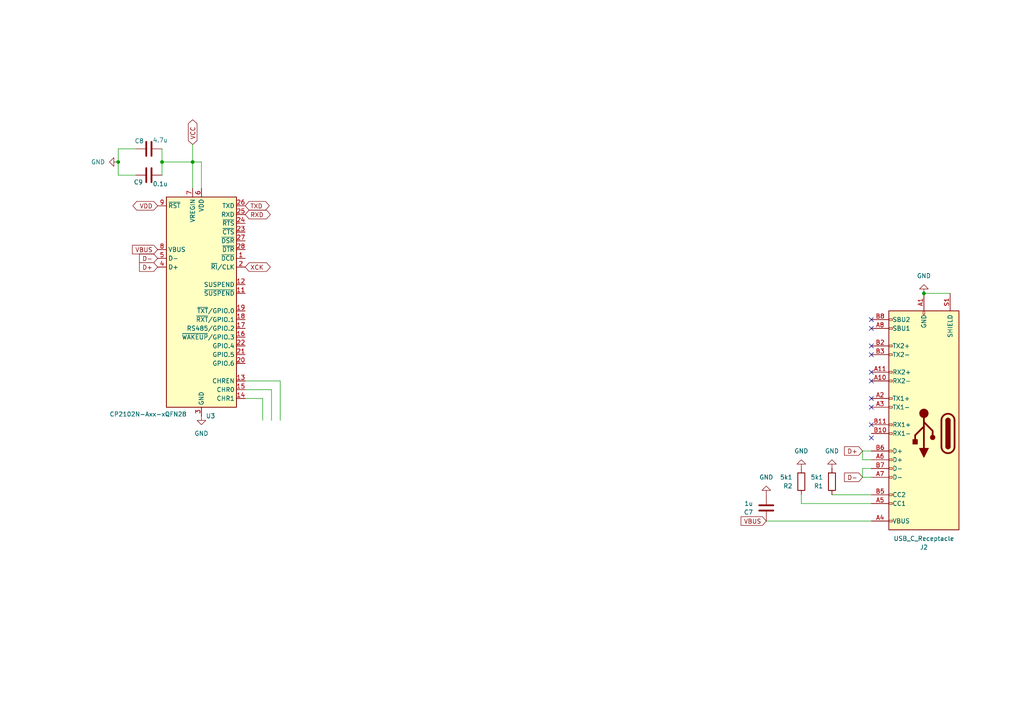
<source format=kicad_sch>
(kicad_sch
	(version 20231120)
	(generator "eeschema")
	(generator_version "8.0")
	(uuid "c021660d-4d57-40c7-a2cf-b7a099a01b63")
	(paper "A4")
	(lib_symbols
		(symbol "Connector:USB_C_Receptacle"
			(pin_names
				(offset 1.016)
			)
			(exclude_from_sim no)
			(in_bom yes)
			(on_board yes)
			(property "Reference" "J"
				(at -10.16 29.21 0)
				(effects
					(font
						(size 1.27 1.27)
					)
					(justify left)
				)
			)
			(property "Value" "USB_C_Receptacle"
				(at 10.16 29.21 0)
				(effects
					(font
						(size 1.27 1.27)
					)
					(justify right)
				)
			)
			(property "Footprint" ""
				(at 3.81 0 0)
				(effects
					(font
						(size 1.27 1.27)
					)
					(hide yes)
				)
			)
			(property "Datasheet" "https://www.usb.org/sites/default/files/documents/usb_type-c.zip"
				(at 3.81 0 0)
				(effects
					(font
						(size 1.27 1.27)
					)
					(hide yes)
				)
			)
			(property "Description" "USB Full-Featured Type-C Receptacle connector"
				(at 0 0 0)
				(effects
					(font
						(size 1.27 1.27)
					)
					(hide yes)
				)
			)
			(property "ki_keywords" "usb universal serial bus type-C full-featured"
				(at 0 0 0)
				(effects
					(font
						(size 1.27 1.27)
					)
					(hide yes)
				)
			)
			(property "ki_fp_filters" "USB*C*Receptacle*"
				(at 0 0 0)
				(effects
					(font
						(size 1.27 1.27)
					)
					(hide yes)
				)
			)
			(symbol "USB_C_Receptacle_0_0"
				(rectangle
					(start -0.254 -35.56)
					(end 0.254 -34.544)
					(stroke
						(width 0)
						(type default)
					)
					(fill
						(type none)
					)
				)
				(rectangle
					(start 10.16 -32.766)
					(end 9.144 -33.274)
					(stroke
						(width 0)
						(type default)
					)
					(fill
						(type none)
					)
				)
				(rectangle
					(start 10.16 -30.226)
					(end 9.144 -30.734)
					(stroke
						(width 0)
						(type default)
					)
					(fill
						(type none)
					)
				)
				(rectangle
					(start 10.16 -25.146)
					(end 9.144 -25.654)
					(stroke
						(width 0)
						(type default)
					)
					(fill
						(type none)
					)
				)
				(rectangle
					(start 10.16 -22.606)
					(end 9.144 -23.114)
					(stroke
						(width 0)
						(type default)
					)
					(fill
						(type none)
					)
				)
				(rectangle
					(start 10.16 -17.526)
					(end 9.144 -18.034)
					(stroke
						(width 0)
						(type default)
					)
					(fill
						(type none)
					)
				)
				(rectangle
					(start 10.16 -14.986)
					(end 9.144 -15.494)
					(stroke
						(width 0)
						(type default)
					)
					(fill
						(type none)
					)
				)
				(rectangle
					(start 10.16 -9.906)
					(end 9.144 -10.414)
					(stroke
						(width 0)
						(type default)
					)
					(fill
						(type none)
					)
				)
				(rectangle
					(start 10.16 -7.366)
					(end 9.144 -7.874)
					(stroke
						(width 0)
						(type default)
					)
					(fill
						(type none)
					)
				)
				(rectangle
					(start 10.16 -2.286)
					(end 9.144 -2.794)
					(stroke
						(width 0)
						(type default)
					)
					(fill
						(type none)
					)
				)
				(rectangle
					(start 10.16 0.254)
					(end 9.144 -0.254)
					(stroke
						(width 0)
						(type default)
					)
					(fill
						(type none)
					)
				)
				(rectangle
					(start 10.16 5.334)
					(end 9.144 4.826)
					(stroke
						(width 0)
						(type default)
					)
					(fill
						(type none)
					)
				)
				(rectangle
					(start 10.16 7.874)
					(end 9.144 7.366)
					(stroke
						(width 0)
						(type default)
					)
					(fill
						(type none)
					)
				)
				(rectangle
					(start 10.16 10.414)
					(end 9.144 9.906)
					(stroke
						(width 0)
						(type default)
					)
					(fill
						(type none)
					)
				)
				(rectangle
					(start 10.16 12.954)
					(end 9.144 12.446)
					(stroke
						(width 0)
						(type default)
					)
					(fill
						(type none)
					)
				)
				(rectangle
					(start 10.16 18.034)
					(end 9.144 17.526)
					(stroke
						(width 0)
						(type default)
					)
					(fill
						(type none)
					)
				)
				(rectangle
					(start 10.16 20.574)
					(end 9.144 20.066)
					(stroke
						(width 0)
						(type default)
					)
					(fill
						(type none)
					)
				)
				(rectangle
					(start 10.16 25.654)
					(end 9.144 25.146)
					(stroke
						(width 0)
						(type default)
					)
					(fill
						(type none)
					)
				)
			)
			(symbol "USB_C_Receptacle_0_1"
				(rectangle
					(start -10.16 27.94)
					(end 10.16 -35.56)
					(stroke
						(width 0.254)
						(type default)
					)
					(fill
						(type background)
					)
				)
				(arc
					(start -8.89 -3.81)
					(mid -6.985 -5.7067)
					(end -5.08 -3.81)
					(stroke
						(width 0.508)
						(type default)
					)
					(fill
						(type none)
					)
				)
				(arc
					(start -7.62 -3.81)
					(mid -6.985 -4.4423)
					(end -6.35 -3.81)
					(stroke
						(width 0.254)
						(type default)
					)
					(fill
						(type none)
					)
				)
				(arc
					(start -7.62 -3.81)
					(mid -6.985 -4.4423)
					(end -6.35 -3.81)
					(stroke
						(width 0.254)
						(type default)
					)
					(fill
						(type outline)
					)
				)
				(rectangle
					(start -7.62 -3.81)
					(end -6.35 3.81)
					(stroke
						(width 0.254)
						(type default)
					)
					(fill
						(type outline)
					)
				)
				(arc
					(start -6.35 3.81)
					(mid -6.985 4.4423)
					(end -7.62 3.81)
					(stroke
						(width 0.254)
						(type default)
					)
					(fill
						(type none)
					)
				)
				(arc
					(start -6.35 3.81)
					(mid -6.985 4.4423)
					(end -7.62 3.81)
					(stroke
						(width 0.254)
						(type default)
					)
					(fill
						(type outline)
					)
				)
				(arc
					(start -5.08 3.81)
					(mid -6.985 5.7067)
					(end -8.89 3.81)
					(stroke
						(width 0.508)
						(type default)
					)
					(fill
						(type none)
					)
				)
				(polyline
					(pts
						(xy -8.89 -3.81) (xy -8.89 3.81)
					)
					(stroke
						(width 0.508)
						(type default)
					)
					(fill
						(type none)
					)
				)
				(polyline
					(pts
						(xy -5.08 3.81) (xy -5.08 -3.81)
					)
					(stroke
						(width 0.508)
						(type default)
					)
					(fill
						(type none)
					)
				)
			)
			(symbol "USB_C_Receptacle_1_1"
				(circle
					(center -2.54 1.143)
					(radius 0.635)
					(stroke
						(width 0.254)
						(type default)
					)
					(fill
						(type outline)
					)
				)
				(circle
					(center 0 -5.842)
					(radius 1.27)
					(stroke
						(width 0)
						(type default)
					)
					(fill
						(type outline)
					)
				)
				(polyline
					(pts
						(xy 0 -5.842) (xy 0 4.318)
					)
					(stroke
						(width 0.508)
						(type default)
					)
					(fill
						(type none)
					)
				)
				(polyline
					(pts
						(xy 0 -3.302) (xy -2.54 -0.762) (xy -2.54 0.508)
					)
					(stroke
						(width 0.508)
						(type default)
					)
					(fill
						(type none)
					)
				)
				(polyline
					(pts
						(xy 0 -2.032) (xy 2.54 0.508) (xy 2.54 1.778)
					)
					(stroke
						(width 0.508)
						(type default)
					)
					(fill
						(type none)
					)
				)
				(polyline
					(pts
						(xy -1.27 4.318) (xy 0 6.858) (xy 1.27 4.318) (xy -1.27 4.318)
					)
					(stroke
						(width 0.254)
						(type default)
					)
					(fill
						(type outline)
					)
				)
				(rectangle
					(start 1.905 1.778)
					(end 3.175 3.048)
					(stroke
						(width 0.254)
						(type default)
					)
					(fill
						(type outline)
					)
				)
				(pin passive line
					(at 0 -40.64 90)
					(length 5.08)
					(name "GND"
						(effects
							(font
								(size 1.27 1.27)
							)
						)
					)
					(number "A1"
						(effects
							(font
								(size 1.27 1.27)
							)
						)
					)
				)
				(pin bidirectional line
					(at 15.24 -15.24 180)
					(length 5.08)
					(name "RX2-"
						(effects
							(font
								(size 1.27 1.27)
							)
						)
					)
					(number "A10"
						(effects
							(font
								(size 1.27 1.27)
							)
						)
					)
				)
				(pin bidirectional line
					(at 15.24 -17.78 180)
					(length 5.08)
					(name "RX2+"
						(effects
							(font
								(size 1.27 1.27)
							)
						)
					)
					(number "A11"
						(effects
							(font
								(size 1.27 1.27)
							)
						)
					)
				)
				(pin passive line
					(at 0 -40.64 90)
					(length 5.08) hide
					(name "GND"
						(effects
							(font
								(size 1.27 1.27)
							)
						)
					)
					(number "A12"
						(effects
							(font
								(size 1.27 1.27)
							)
						)
					)
				)
				(pin bidirectional line
					(at 15.24 -10.16 180)
					(length 5.08)
					(name "TX1+"
						(effects
							(font
								(size 1.27 1.27)
							)
						)
					)
					(number "A2"
						(effects
							(font
								(size 1.27 1.27)
							)
						)
					)
				)
				(pin bidirectional line
					(at 15.24 -7.62 180)
					(length 5.08)
					(name "TX1-"
						(effects
							(font
								(size 1.27 1.27)
							)
						)
					)
					(number "A3"
						(effects
							(font
								(size 1.27 1.27)
							)
						)
					)
				)
				(pin passive line
					(at 15.24 25.4 180)
					(length 5.08)
					(name "VBUS"
						(effects
							(font
								(size 1.27 1.27)
							)
						)
					)
					(number "A4"
						(effects
							(font
								(size 1.27 1.27)
							)
						)
					)
				)
				(pin bidirectional line
					(at 15.24 20.32 180)
					(length 5.08)
					(name "CC1"
						(effects
							(font
								(size 1.27 1.27)
							)
						)
					)
					(number "A5"
						(effects
							(font
								(size 1.27 1.27)
							)
						)
					)
				)
				(pin bidirectional line
					(at 15.24 7.62 180)
					(length 5.08)
					(name "D+"
						(effects
							(font
								(size 1.27 1.27)
							)
						)
					)
					(number "A6"
						(effects
							(font
								(size 1.27 1.27)
							)
						)
					)
				)
				(pin bidirectional line
					(at 15.24 12.7 180)
					(length 5.08)
					(name "D-"
						(effects
							(font
								(size 1.27 1.27)
							)
						)
					)
					(number "A7"
						(effects
							(font
								(size 1.27 1.27)
							)
						)
					)
				)
				(pin bidirectional line
					(at 15.24 -30.48 180)
					(length 5.08)
					(name "SBU1"
						(effects
							(font
								(size 1.27 1.27)
							)
						)
					)
					(number "A8"
						(effects
							(font
								(size 1.27 1.27)
							)
						)
					)
				)
				(pin passive line
					(at 15.24 25.4 180)
					(length 5.08) hide
					(name "VBUS"
						(effects
							(font
								(size 1.27 1.27)
							)
						)
					)
					(number "A9"
						(effects
							(font
								(size 1.27 1.27)
							)
						)
					)
				)
				(pin passive line
					(at 0 -40.64 90)
					(length 5.08) hide
					(name "GND"
						(effects
							(font
								(size 1.27 1.27)
							)
						)
					)
					(number "B1"
						(effects
							(font
								(size 1.27 1.27)
							)
						)
					)
				)
				(pin bidirectional line
					(at 15.24 0 180)
					(length 5.08)
					(name "RX1-"
						(effects
							(font
								(size 1.27 1.27)
							)
						)
					)
					(number "B10"
						(effects
							(font
								(size 1.27 1.27)
							)
						)
					)
				)
				(pin bidirectional line
					(at 15.24 -2.54 180)
					(length 5.08)
					(name "RX1+"
						(effects
							(font
								(size 1.27 1.27)
							)
						)
					)
					(number "B11"
						(effects
							(font
								(size 1.27 1.27)
							)
						)
					)
				)
				(pin passive line
					(at 0 -40.64 90)
					(length 5.08) hide
					(name "GND"
						(effects
							(font
								(size 1.27 1.27)
							)
						)
					)
					(number "B12"
						(effects
							(font
								(size 1.27 1.27)
							)
						)
					)
				)
				(pin bidirectional line
					(at 15.24 -25.4 180)
					(length 5.08)
					(name "TX2+"
						(effects
							(font
								(size 1.27 1.27)
							)
						)
					)
					(number "B2"
						(effects
							(font
								(size 1.27 1.27)
							)
						)
					)
				)
				(pin bidirectional line
					(at 15.24 -22.86 180)
					(length 5.08)
					(name "TX2-"
						(effects
							(font
								(size 1.27 1.27)
							)
						)
					)
					(number "B3"
						(effects
							(font
								(size 1.27 1.27)
							)
						)
					)
				)
				(pin passive line
					(at 15.24 25.4 180)
					(length 5.08) hide
					(name "VBUS"
						(effects
							(font
								(size 1.27 1.27)
							)
						)
					)
					(number "B4"
						(effects
							(font
								(size 1.27 1.27)
							)
						)
					)
				)
				(pin bidirectional line
					(at 15.24 17.78 180)
					(length 5.08)
					(name "CC2"
						(effects
							(font
								(size 1.27 1.27)
							)
						)
					)
					(number "B5"
						(effects
							(font
								(size 1.27 1.27)
							)
						)
					)
				)
				(pin bidirectional line
					(at 15.24 5.08 180)
					(length 5.08)
					(name "D+"
						(effects
							(font
								(size 1.27 1.27)
							)
						)
					)
					(number "B6"
						(effects
							(font
								(size 1.27 1.27)
							)
						)
					)
				)
				(pin bidirectional line
					(at 15.24 10.16 180)
					(length 5.08)
					(name "D-"
						(effects
							(font
								(size 1.27 1.27)
							)
						)
					)
					(number "B7"
						(effects
							(font
								(size 1.27 1.27)
							)
						)
					)
				)
				(pin bidirectional line
					(at 15.24 -33.02 180)
					(length 5.08)
					(name "SBU2"
						(effects
							(font
								(size 1.27 1.27)
							)
						)
					)
					(number "B8"
						(effects
							(font
								(size 1.27 1.27)
							)
						)
					)
				)
				(pin passive line
					(at 15.24 25.4 180)
					(length 5.08) hide
					(name "VBUS"
						(effects
							(font
								(size 1.27 1.27)
							)
						)
					)
					(number "B9"
						(effects
							(font
								(size 1.27 1.27)
							)
						)
					)
				)
				(pin passive line
					(at -7.62 -40.64 90)
					(length 5.08)
					(name "SHIELD"
						(effects
							(font
								(size 1.27 1.27)
							)
						)
					)
					(number "S1"
						(effects
							(font
								(size 1.27 1.27)
							)
						)
					)
				)
			)
		)
		(symbol "Device:C"
			(pin_numbers hide)
			(pin_names
				(offset 0.254)
			)
			(exclude_from_sim no)
			(in_bom yes)
			(on_board yes)
			(property "Reference" "C"
				(at 0.635 2.54 0)
				(effects
					(font
						(size 1.27 1.27)
					)
					(justify left)
				)
			)
			(property "Value" "C"
				(at 0.635 -2.54 0)
				(effects
					(font
						(size 1.27 1.27)
					)
					(justify left)
				)
			)
			(property "Footprint" ""
				(at 0.9652 -3.81 0)
				(effects
					(font
						(size 1.27 1.27)
					)
					(hide yes)
				)
			)
			(property "Datasheet" "~"
				(at 0 0 0)
				(effects
					(font
						(size 1.27 1.27)
					)
					(hide yes)
				)
			)
			(property "Description" "Unpolarized capacitor"
				(at 0 0 0)
				(effects
					(font
						(size 1.27 1.27)
					)
					(hide yes)
				)
			)
			(property "ki_keywords" "cap capacitor"
				(at 0 0 0)
				(effects
					(font
						(size 1.27 1.27)
					)
					(hide yes)
				)
			)
			(property "ki_fp_filters" "C_*"
				(at 0 0 0)
				(effects
					(font
						(size 1.27 1.27)
					)
					(hide yes)
				)
			)
			(symbol "C_0_1"
				(polyline
					(pts
						(xy -2.032 -0.762) (xy 2.032 -0.762)
					)
					(stroke
						(width 0.508)
						(type default)
					)
					(fill
						(type none)
					)
				)
				(polyline
					(pts
						(xy -2.032 0.762) (xy 2.032 0.762)
					)
					(stroke
						(width 0.508)
						(type default)
					)
					(fill
						(type none)
					)
				)
			)
			(symbol "C_1_1"
				(pin passive line
					(at 0 3.81 270)
					(length 2.794)
					(name "~"
						(effects
							(font
								(size 1.27 1.27)
							)
						)
					)
					(number "1"
						(effects
							(font
								(size 1.27 1.27)
							)
						)
					)
				)
				(pin passive line
					(at 0 -3.81 90)
					(length 2.794)
					(name "~"
						(effects
							(font
								(size 1.27 1.27)
							)
						)
					)
					(number "2"
						(effects
							(font
								(size 1.27 1.27)
							)
						)
					)
				)
			)
		)
		(symbol "Device:R"
			(pin_numbers hide)
			(pin_names
				(offset 0)
			)
			(exclude_from_sim no)
			(in_bom yes)
			(on_board yes)
			(property "Reference" "R"
				(at 2.032 0 90)
				(effects
					(font
						(size 1.27 1.27)
					)
				)
			)
			(property "Value" "R"
				(at 0 0 90)
				(effects
					(font
						(size 1.27 1.27)
					)
				)
			)
			(property "Footprint" ""
				(at -1.778 0 90)
				(effects
					(font
						(size 1.27 1.27)
					)
					(hide yes)
				)
			)
			(property "Datasheet" "~"
				(at 0 0 0)
				(effects
					(font
						(size 1.27 1.27)
					)
					(hide yes)
				)
			)
			(property "Description" "Resistor"
				(at 0 0 0)
				(effects
					(font
						(size 1.27 1.27)
					)
					(hide yes)
				)
			)
			(property "ki_keywords" "R res resistor"
				(at 0 0 0)
				(effects
					(font
						(size 1.27 1.27)
					)
					(hide yes)
				)
			)
			(property "ki_fp_filters" "R_*"
				(at 0 0 0)
				(effects
					(font
						(size 1.27 1.27)
					)
					(hide yes)
				)
			)
			(symbol "R_0_1"
				(rectangle
					(start -1.016 -2.54)
					(end 1.016 2.54)
					(stroke
						(width 0.254)
						(type default)
					)
					(fill
						(type none)
					)
				)
			)
			(symbol "R_1_1"
				(pin passive line
					(at 0 3.81 270)
					(length 1.27)
					(name "~"
						(effects
							(font
								(size 1.27 1.27)
							)
						)
					)
					(number "1"
						(effects
							(font
								(size 1.27 1.27)
							)
						)
					)
				)
				(pin passive line
					(at 0 -3.81 90)
					(length 1.27)
					(name "~"
						(effects
							(font
								(size 1.27 1.27)
							)
						)
					)
					(number "2"
						(effects
							(font
								(size 1.27 1.27)
							)
						)
					)
				)
			)
		)
		(symbol "Interface_USB:CP2102N-Axx-xQFN28"
			(exclude_from_sim no)
			(in_bom yes)
			(on_board yes)
			(property "Reference" "U"
				(at -8.89 31.75 0)
				(effects
					(font
						(size 1.27 1.27)
					)
				)
			)
			(property "Value" "CP2102N-Axx-xQFN28"
				(at 12.7 31.75 0)
				(effects
					(font
						(size 1.27 1.27)
					)
				)
			)
			(property "Footprint" "Package_DFN_QFN:QFN-28-1EP_5x5mm_P0.5mm_EP3.35x3.35mm"
				(at 33.02 -31.75 0)
				(effects
					(font
						(size 1.27 1.27)
					)
					(hide yes)
				)
			)
			(property "Datasheet" "https://www.silabs.com/documents/public/data-sheets/cp2102n-datasheet.pdf"
				(at 1.27 -19.05 0)
				(effects
					(font
						(size 1.27 1.27)
					)
					(hide yes)
				)
			)
			(property "Description" "USB to UART master bridge, QFN-28"
				(at 0 0 0)
				(effects
					(font
						(size 1.27 1.27)
					)
					(hide yes)
				)
			)
			(property "ki_keywords" "USB UART bridge"
				(at 0 0 0)
				(effects
					(font
						(size 1.27 1.27)
					)
					(hide yes)
				)
			)
			(property "ki_fp_filters" "QFN*1EP*5x5mm*P0.5mm*"
				(at 0 0 0)
				(effects
					(font
						(size 1.27 1.27)
					)
					(hide yes)
				)
			)
			(symbol "CP2102N-Axx-xQFN28_0_1"
				(rectangle
					(start -10.16 30.48)
					(end 10.16 -30.48)
					(stroke
						(width 0.254)
						(type default)
					)
					(fill
						(type background)
					)
				)
			)
			(symbol "CP2102N-Axx-xQFN28_1_1"
				(pin input line
					(at 12.7 12.7 180)
					(length 2.54)
					(name "~{DCD}"
						(effects
							(font
								(size 1.27 1.27)
							)
						)
					)
					(number "1"
						(effects
							(font
								(size 1.27 1.27)
							)
						)
					)
				)
				(pin no_connect line
					(at -10.16 -27.94 0)
					(length 2.54) hide
					(name "NC"
						(effects
							(font
								(size 1.27 1.27)
							)
						)
					)
					(number "10"
						(effects
							(font
								(size 1.27 1.27)
							)
						)
					)
				)
				(pin output line
					(at 12.7 2.54 180)
					(length 2.54)
					(name "~{SUSPEND}"
						(effects
							(font
								(size 1.27 1.27)
							)
						)
					)
					(number "11"
						(effects
							(font
								(size 1.27 1.27)
							)
						)
					)
				)
				(pin output line
					(at 12.7 5.08 180)
					(length 2.54)
					(name "SUSPEND"
						(effects
							(font
								(size 1.27 1.27)
							)
						)
					)
					(number "12"
						(effects
							(font
								(size 1.27 1.27)
							)
						)
					)
				)
				(pin output line
					(at 12.7 -22.86 180)
					(length 2.54)
					(name "CHREN"
						(effects
							(font
								(size 1.27 1.27)
							)
						)
					)
					(number "13"
						(effects
							(font
								(size 1.27 1.27)
							)
						)
					)
				)
				(pin output line
					(at 12.7 -27.94 180)
					(length 2.54)
					(name "CHR1"
						(effects
							(font
								(size 1.27 1.27)
							)
						)
					)
					(number "14"
						(effects
							(font
								(size 1.27 1.27)
							)
						)
					)
				)
				(pin output line
					(at 12.7 -25.4 180)
					(length 2.54)
					(name "CHR0"
						(effects
							(font
								(size 1.27 1.27)
							)
						)
					)
					(number "15"
						(effects
							(font
								(size 1.27 1.27)
							)
						)
					)
				)
				(pin bidirectional line
					(at 12.7 -10.16 180)
					(length 2.54)
					(name "~{WAKEUP}/GPIO.3"
						(effects
							(font
								(size 1.27 1.27)
							)
						)
					)
					(number "16"
						(effects
							(font
								(size 1.27 1.27)
							)
						)
					)
				)
				(pin bidirectional line
					(at 12.7 -7.62 180)
					(length 2.54)
					(name "RS485/GPIO.2"
						(effects
							(font
								(size 1.27 1.27)
							)
						)
					)
					(number "17"
						(effects
							(font
								(size 1.27 1.27)
							)
						)
					)
				)
				(pin bidirectional line
					(at 12.7 -5.08 180)
					(length 2.54)
					(name "~{RXT}/GPIO.1"
						(effects
							(font
								(size 1.27 1.27)
							)
						)
					)
					(number "18"
						(effects
							(font
								(size 1.27 1.27)
							)
						)
					)
				)
				(pin bidirectional line
					(at 12.7 -2.54 180)
					(length 2.54)
					(name "~{TXT}/GPIO.0"
						(effects
							(font
								(size 1.27 1.27)
							)
						)
					)
					(number "19"
						(effects
							(font
								(size 1.27 1.27)
							)
						)
					)
				)
				(pin bidirectional line
					(at 12.7 10.16 180)
					(length 2.54)
					(name "~{RI}/CLK"
						(effects
							(font
								(size 1.27 1.27)
							)
						)
					)
					(number "2"
						(effects
							(font
								(size 1.27 1.27)
							)
						)
					)
				)
				(pin bidirectional line
					(at 12.7 -17.78 180)
					(length 2.54)
					(name "GPIO.6"
						(effects
							(font
								(size 1.27 1.27)
							)
						)
					)
					(number "20"
						(effects
							(font
								(size 1.27 1.27)
							)
						)
					)
				)
				(pin bidirectional line
					(at 12.7 -15.24 180)
					(length 2.54)
					(name "GPIO.5"
						(effects
							(font
								(size 1.27 1.27)
							)
						)
					)
					(number "21"
						(effects
							(font
								(size 1.27 1.27)
							)
						)
					)
				)
				(pin bidirectional line
					(at 12.7 -12.7 180)
					(length 2.54)
					(name "GPIO.4"
						(effects
							(font
								(size 1.27 1.27)
							)
						)
					)
					(number "22"
						(effects
							(font
								(size 1.27 1.27)
							)
						)
					)
				)
				(pin input line
					(at 12.7 20.32 180)
					(length 2.54)
					(name "~{CTS}"
						(effects
							(font
								(size 1.27 1.27)
							)
						)
					)
					(number "23"
						(effects
							(font
								(size 1.27 1.27)
							)
						)
					)
				)
				(pin output line
					(at 12.7 22.86 180)
					(length 2.54)
					(name "~{RTS}"
						(effects
							(font
								(size 1.27 1.27)
							)
						)
					)
					(number "24"
						(effects
							(font
								(size 1.27 1.27)
							)
						)
					)
				)
				(pin input line
					(at 12.7 25.4 180)
					(length 2.54)
					(name "RXD"
						(effects
							(font
								(size 1.27 1.27)
							)
						)
					)
					(number "25"
						(effects
							(font
								(size 1.27 1.27)
							)
						)
					)
				)
				(pin output line
					(at 12.7 27.94 180)
					(length 2.54)
					(name "TXD"
						(effects
							(font
								(size 1.27 1.27)
							)
						)
					)
					(number "26"
						(effects
							(font
								(size 1.27 1.27)
							)
						)
					)
				)
				(pin input line
					(at 12.7 17.78 180)
					(length 2.54)
					(name "~{DSR}"
						(effects
							(font
								(size 1.27 1.27)
							)
						)
					)
					(number "27"
						(effects
							(font
								(size 1.27 1.27)
							)
						)
					)
				)
				(pin output line
					(at 12.7 15.24 180)
					(length 2.54)
					(name "~{DTR}"
						(effects
							(font
								(size 1.27 1.27)
							)
						)
					)
					(number "28"
						(effects
							(font
								(size 1.27 1.27)
							)
						)
					)
				)
				(pin passive line
					(at 0 -33.02 90)
					(length 2.54) hide
					(name "GND"
						(effects
							(font
								(size 1.27 1.27)
							)
						)
					)
					(number "29"
						(effects
							(font
								(size 1.27 1.27)
							)
						)
					)
				)
				(pin power_in line
					(at 0 -33.02 90)
					(length 2.54)
					(name "GND"
						(effects
							(font
								(size 1.27 1.27)
							)
						)
					)
					(number "3"
						(effects
							(font
								(size 1.27 1.27)
							)
						)
					)
				)
				(pin bidirectional line
					(at -12.7 10.16 0)
					(length 2.54)
					(name "D+"
						(effects
							(font
								(size 1.27 1.27)
							)
						)
					)
					(number "4"
						(effects
							(font
								(size 1.27 1.27)
							)
						)
					)
				)
				(pin bidirectional line
					(at -12.7 12.7 0)
					(length 2.54)
					(name "D-"
						(effects
							(font
								(size 1.27 1.27)
							)
						)
					)
					(number "5"
						(effects
							(font
								(size 1.27 1.27)
							)
						)
					)
				)
				(pin power_in line
					(at 0 33.02 270)
					(length 2.54)
					(name "VDD"
						(effects
							(font
								(size 1.27 1.27)
							)
						)
					)
					(number "6"
						(effects
							(font
								(size 1.27 1.27)
							)
						)
					)
				)
				(pin power_in line
					(at -2.54 33.02 270)
					(length 2.54)
					(name "VREGIN"
						(effects
							(font
								(size 1.27 1.27)
							)
						)
					)
					(number "7"
						(effects
							(font
								(size 1.27 1.27)
							)
						)
					)
				)
				(pin input line
					(at -12.7 15.24 0)
					(length 2.54)
					(name "VBUS"
						(effects
							(font
								(size 1.27 1.27)
							)
						)
					)
					(number "8"
						(effects
							(font
								(size 1.27 1.27)
							)
						)
					)
				)
				(pin input line
					(at -12.7 27.94 0)
					(length 2.54)
					(name "~{RST}"
						(effects
							(font
								(size 1.27 1.27)
							)
						)
					)
					(number "9"
						(effects
							(font
								(size 1.27 1.27)
							)
						)
					)
				)
			)
		)
		(symbol "power:GND"
			(power)
			(pin_numbers hide)
			(pin_names
				(offset 0) hide)
			(exclude_from_sim no)
			(in_bom yes)
			(on_board yes)
			(property "Reference" "#PWR"
				(at 0 -6.35 0)
				(effects
					(font
						(size 1.27 1.27)
					)
					(hide yes)
				)
			)
			(property "Value" "GND"
				(at 0 -3.81 0)
				(effects
					(font
						(size 1.27 1.27)
					)
				)
			)
			(property "Footprint" ""
				(at 0 0 0)
				(effects
					(font
						(size 1.27 1.27)
					)
					(hide yes)
				)
			)
			(property "Datasheet" ""
				(at 0 0 0)
				(effects
					(font
						(size 1.27 1.27)
					)
					(hide yes)
				)
			)
			(property "Description" "Power symbol creates a global label with name \"GND\" , ground"
				(at 0 0 0)
				(effects
					(font
						(size 1.27 1.27)
					)
					(hide yes)
				)
			)
			(property "ki_keywords" "global power"
				(at 0 0 0)
				(effects
					(font
						(size 1.27 1.27)
					)
					(hide yes)
				)
			)
			(symbol "GND_0_1"
				(polyline
					(pts
						(xy 0 0) (xy 0 -1.27) (xy 1.27 -1.27) (xy 0 -2.54) (xy -1.27 -1.27) (xy 0 -1.27)
					)
					(stroke
						(width 0)
						(type default)
					)
					(fill
						(type none)
					)
				)
			)
			(symbol "GND_1_1"
				(pin power_in line
					(at 0 0 270)
					(length 0)
					(name "~"
						(effects
							(font
								(size 1.27 1.27)
							)
						)
					)
					(number "1"
						(effects
							(font
								(size 1.27 1.27)
							)
						)
					)
				)
			)
		)
	)
	(junction
		(at 267.97 85.09)
		(diameter 0)
		(color 0 0 0 0)
		(uuid "64444ff0-53ed-444d-97a7-c91898faa774")
	)
	(junction
		(at 46.99 46.99)
		(diameter 0)
		(color 0 0 0 0)
		(uuid "9640eedf-b5a4-4982-9bc3-17a5ec94390c")
	)
	(junction
		(at 55.88 46.99)
		(diameter 0)
		(color 0 0 0 0)
		(uuid "b14370e7-4cc4-4a58-9a15-1f1e61e30d0f")
	)
	(junction
		(at 34.29 46.99)
		(diameter 0)
		(color 0 0 0 0)
		(uuid "e9a05cc7-118f-4ae1-af96-a7a1136b4e23")
	)
	(no_connect
		(at 252.73 118.11)
		(uuid "27e9bb9a-cef2-49e0-b555-40bb400a685d")
	)
	(no_connect
		(at 252.73 92.71)
		(uuid "616975d3-6cca-4aa2-8eaa-997f22a87867")
	)
	(no_connect
		(at 252.73 110.49)
		(uuid "6da20ee3-b041-45ff-90fe-73424a9a402a")
	)
	(no_connect
		(at 252.73 127)
		(uuid "75ae96c6-a03d-4640-955c-901aac7e09d8")
	)
	(no_connect
		(at 252.73 95.25)
		(uuid "a77e466f-04ea-432d-95b8-8a5c07568bd1")
	)
	(no_connect
		(at 252.73 123.19)
		(uuid "bd159aa7-0652-4de6-a45b-b9637b9f2876")
	)
	(no_connect
		(at 252.73 102.87)
		(uuid "c3e66307-670a-4106-9b01-8a08c8be5512")
	)
	(no_connect
		(at 252.73 107.95)
		(uuid "d3bbf35a-5bd2-44f6-b8a9-9e0542c24137")
	)
	(no_connect
		(at 252.73 100.33)
		(uuid "d78c8c0d-c9e4-4fc6-bc16-844102bb48e5")
	)
	(no_connect
		(at 252.73 115.57)
		(uuid "fa98a428-e7fa-44b9-b52d-a001c675902b")
	)
	(wire
		(pts
			(xy 275.59 85.09) (xy 267.97 85.09)
		)
		(stroke
			(width 0)
			(type default)
		)
		(uuid "086d556b-a74b-4c99-abfc-b07c64d6b510")
	)
	(wire
		(pts
			(xy 76.2 115.57) (xy 76.2 121.92)
		)
		(stroke
			(width 0)
			(type default)
		)
		(uuid "0eea6030-beb1-4b75-9092-e551f07f13a9")
	)
	(wire
		(pts
			(xy 46.99 43.18) (xy 46.99 46.99)
		)
		(stroke
			(width 0)
			(type default)
		)
		(uuid "1b7ec1be-2b0c-48fa-b626-4b9db897fc3b")
	)
	(wire
		(pts
			(xy 252.73 151.13) (xy 222.25 151.13)
		)
		(stroke
			(width 0)
			(type default)
		)
		(uuid "1cad9466-ac6d-48f8-80e7-54a52bc05753")
	)
	(wire
		(pts
			(xy 252.73 135.89) (xy 250.19 135.89)
		)
		(stroke
			(width 0)
			(type default)
		)
		(uuid "1d3cb5ae-eb46-43d6-9994-d992a8949bae")
	)
	(wire
		(pts
			(xy 58.42 54.61) (xy 58.42 46.99)
		)
		(stroke
			(width 0)
			(type default)
		)
		(uuid "2465e3fc-34da-49fb-8610-ab50b2c8d5ab")
	)
	(wire
		(pts
			(xy 252.73 138.43) (xy 250.19 138.43)
		)
		(stroke
			(width 0)
			(type default)
		)
		(uuid "299eb94d-7a1c-4391-99b1-dff1a6a49dc1")
	)
	(wire
		(pts
			(xy 71.12 110.49) (xy 81.28 110.49)
		)
		(stroke
			(width 0)
			(type default)
		)
		(uuid "322f2837-6186-49d0-bb6f-42a753cf95cf")
	)
	(wire
		(pts
			(xy 34.29 50.8) (xy 34.29 46.99)
		)
		(stroke
			(width 0)
			(type default)
		)
		(uuid "362dd03e-a2a0-4a97-860f-523611c45695")
	)
	(wire
		(pts
			(xy 252.73 143.51) (xy 241.3 143.51)
		)
		(stroke
			(width 0)
			(type default)
		)
		(uuid "3703f6d1-a343-4c84-ba35-be3f49d6adb1")
	)
	(wire
		(pts
			(xy 250.19 133.35) (xy 250.19 130.81)
		)
		(stroke
			(width 0)
			(type default)
		)
		(uuid "569db4bd-03dc-47c4-8cfa-09349e3295b3")
	)
	(wire
		(pts
			(xy 252.73 130.81) (xy 250.19 130.81)
		)
		(stroke
			(width 0)
			(type default)
		)
		(uuid "632db9f0-70fd-4d90-8829-da85ed386369")
	)
	(wire
		(pts
			(xy 55.88 46.99) (xy 55.88 54.61)
		)
		(stroke
			(width 0)
			(type default)
		)
		(uuid "68cac2d6-d755-4316-8cbb-4e6fca64928b")
	)
	(wire
		(pts
			(xy 55.88 46.99) (xy 58.42 46.99)
		)
		(stroke
			(width 0)
			(type default)
		)
		(uuid "70e4f8b7-1f15-499e-9d0f-2192c96238ba")
	)
	(wire
		(pts
			(xy 78.74 113.03) (xy 78.74 121.92)
		)
		(stroke
			(width 0)
			(type default)
		)
		(uuid "73b4f821-3772-4925-9118-a88d13b1f7a0")
	)
	(wire
		(pts
			(xy 46.99 46.99) (xy 46.99 50.8)
		)
		(stroke
			(width 0)
			(type default)
		)
		(uuid "7874874e-f851-44a9-86e1-88c2767d33e2")
	)
	(wire
		(pts
			(xy 81.28 110.49) (xy 81.28 121.92)
		)
		(stroke
			(width 0)
			(type default)
		)
		(uuid "7a8177c0-a370-4cf1-a9de-c2687f003802")
	)
	(wire
		(pts
			(xy 34.29 43.18) (xy 39.37 43.18)
		)
		(stroke
			(width 0)
			(type default)
		)
		(uuid "836cf224-23e2-4b74-9b23-ee32c6e0aef2")
	)
	(wire
		(pts
			(xy 250.19 138.43) (xy 250.19 135.89)
		)
		(stroke
			(width 0)
			(type default)
		)
		(uuid "8a0fa898-a1e2-4bb3-b8b3-c908a9216e09")
	)
	(wire
		(pts
			(xy 39.37 50.8) (xy 34.29 50.8)
		)
		(stroke
			(width 0)
			(type default)
		)
		(uuid "a475c09b-1ef0-455a-92e7-92063a0ed854")
	)
	(wire
		(pts
			(xy 46.99 46.99) (xy 55.88 46.99)
		)
		(stroke
			(width 0)
			(type default)
		)
		(uuid "b12fba55-bd46-4a9d-ad7b-28d23d0690e2")
	)
	(wire
		(pts
			(xy 252.73 133.35) (xy 250.19 133.35)
		)
		(stroke
			(width 0)
			(type default)
		)
		(uuid "b1396faa-c4cd-411c-89b2-370461b3cb72")
	)
	(wire
		(pts
			(xy 34.29 46.99) (xy 34.29 43.18)
		)
		(stroke
			(width 0)
			(type default)
		)
		(uuid "bda78790-ab8c-4120-9fb3-19637011ade2")
	)
	(wire
		(pts
			(xy 252.73 146.05) (xy 232.41 146.05)
		)
		(stroke
			(width 0)
			(type default)
		)
		(uuid "d76553fa-7a07-4a08-a488-173f72eb3f6b")
	)
	(wire
		(pts
			(xy 71.12 115.57) (xy 76.2 115.57)
		)
		(stroke
			(width 0)
			(type default)
		)
		(uuid "e9905aff-7515-40fa-baf0-7a6544a7cd1a")
	)
	(wire
		(pts
			(xy 232.41 146.05) (xy 232.41 143.51)
		)
		(stroke
			(width 0)
			(type default)
		)
		(uuid "f4e5cd59-4022-4a49-a9c9-03ba93a4f7e8")
	)
	(wire
		(pts
			(xy 55.88 41.91) (xy 55.88 46.99)
		)
		(stroke
			(width 0)
			(type default)
		)
		(uuid "f5eeb241-ab52-467e-92e3-3b5941458710")
	)
	(wire
		(pts
			(xy 71.12 113.03) (xy 78.74 113.03)
		)
		(stroke
			(width 0)
			(type default)
		)
		(uuid "f87a2e82-3aa6-4900-b32e-5599bd236709")
	)
	(global_label "D+"
		(shape input)
		(at 250.19 130.81 180)
		(fields_autoplaced yes)
		(effects
			(font
				(size 1.27 1.27)
			)
			(justify right)
		)
		(uuid "376a3cae-fb1a-4f6e-b5f5-16717060830c")
		(property "Intersheetrefs" "${INTERSHEET_REFS}"
			(at 244.3624 130.81 0)
			(effects
				(font
					(size 1.27 1.27)
				)
				(justify right)
				(hide yes)
			)
		)
	)
	(global_label "RXD"
		(shape bidirectional)
		(at 71.12 62.23 0)
		(fields_autoplaced yes)
		(effects
			(font
				(size 1.27 1.27)
			)
			(justify left)
		)
		(uuid "3ca25190-4c4f-4758-81cc-529264742667")
		(property "Intersheetrefs" "${INTERSHEET_REFS}"
			(at 78.966 62.23 0)
			(effects
				(font
					(size 1.27 1.27)
				)
				(justify left)
				(hide yes)
			)
		)
	)
	(global_label "TXD"
		(shape bidirectional)
		(at 71.12 59.69 0)
		(fields_autoplaced yes)
		(effects
			(font
				(size 1.27 1.27)
			)
			(justify left)
		)
		(uuid "4c8292e4-6967-4117-94a3-5a3788b37f92")
		(property "Intersheetrefs" "${INTERSHEET_REFS}"
			(at 78.6636 59.69 0)
			(effects
				(font
					(size 1.27 1.27)
				)
				(justify left)
				(hide yes)
			)
		)
	)
	(global_label "D-"
		(shape input)
		(at 45.72 74.93 180)
		(fields_autoplaced yes)
		(effects
			(font
				(size 1.27 1.27)
			)
			(justify right)
		)
		(uuid "769c8616-fa48-4e1d-90d0-4625240944d4")
		(property "Intersheetrefs" "${INTERSHEET_REFS}"
			(at 39.8924 74.93 0)
			(effects
				(font
					(size 1.27 1.27)
				)
				(justify right)
				(hide yes)
			)
		)
	)
	(global_label "VBUS"
		(shape input)
		(at 222.25 151.13 180)
		(fields_autoplaced yes)
		(effects
			(font
				(size 1.27 1.27)
			)
			(justify right)
		)
		(uuid "7e3e68f2-f47d-428a-b29f-15510f4dbbd0")
		(property "Intersheetrefs" "${INTERSHEET_REFS}"
			(at 214.3662 151.13 0)
			(effects
				(font
					(size 1.27 1.27)
				)
				(justify right)
				(hide yes)
			)
		)
	)
	(global_label "VDD"
		(shape bidirectional)
		(at 45.72 59.69 180)
		(fields_autoplaced yes)
		(effects
			(font
				(size 1.27 1.27)
			)
			(justify right)
		)
		(uuid "7fbebcf2-1e71-4af1-a635-060e45498bef")
		(property "Intersheetrefs" "${INTERSHEET_REFS}"
			(at 37.9949 59.69 0)
			(effects
				(font
					(size 1.27 1.27)
				)
				(justify right)
				(hide yes)
			)
		)
	)
	(global_label "VBUS"
		(shape input)
		(at 45.72 72.39 180)
		(fields_autoplaced yes)
		(effects
			(font
				(size 1.27 1.27)
			)
			(justify right)
		)
		(uuid "99601cbd-50f7-4b66-ab6f-11597c700401")
		(property "Intersheetrefs" "${INTERSHEET_REFS}"
			(at 37.8362 72.39 0)
			(effects
				(font
					(size 1.27 1.27)
				)
				(justify right)
				(hide yes)
			)
		)
	)
	(global_label "D+"
		(shape input)
		(at 45.72 77.47 180)
		(fields_autoplaced yes)
		(effects
			(font
				(size 1.27 1.27)
			)
			(justify right)
		)
		(uuid "b6aa0ab7-5a85-44e3-bceb-d3719d14dd45")
		(property "Intersheetrefs" "${INTERSHEET_REFS}"
			(at 39.8924 77.47 0)
			(effects
				(font
					(size 1.27 1.27)
				)
				(justify right)
				(hide yes)
			)
		)
	)
	(global_label "XCK"
		(shape bidirectional)
		(at 71.12 77.47 0)
		(fields_autoplaced yes)
		(effects
			(font
				(size 1.27 1.27)
			)
			(justify left)
		)
		(uuid "e7c6af88-c84d-4b2e-9166-e90d36df8314")
		(property "Intersheetrefs" "${INTERSHEET_REFS}"
			(at 78.966 77.47 0)
			(effects
				(font
					(size 1.27 1.27)
				)
				(justify left)
				(hide yes)
			)
		)
	)
	(global_label "D-"
		(shape input)
		(at 250.19 138.43 180)
		(fields_autoplaced yes)
		(effects
			(font
				(size 1.27 1.27)
			)
			(justify right)
		)
		(uuid "e86b371e-9af3-4e3a-bb50-dfd20522a110")
		(property "Intersheetrefs" "${INTERSHEET_REFS}"
			(at 244.3624 138.43 0)
			(effects
				(font
					(size 1.27 1.27)
				)
				(justify right)
				(hide yes)
			)
		)
	)
	(global_label "VCC"
		(shape bidirectional)
		(at 55.88 41.91 90)
		(fields_autoplaced yes)
		(effects
			(font
				(size 1.27 1.27)
			)
			(justify left)
		)
		(uuid "fb7ecf9e-9b91-4fd5-92f7-fc86cfa27f74")
		(property "Intersheetrefs" "${INTERSHEET_REFS}"
			(at 55.88 34.1849 90)
			(effects
				(font
					(size 1.27 1.27)
				)
				(justify left)
				(hide yes)
			)
		)
	)
	(symbol
		(lib_id "power:GND")
		(at 34.29 46.99 270)
		(unit 1)
		(exclude_from_sim no)
		(in_bom yes)
		(on_board yes)
		(dnp no)
		(fields_autoplaced yes)
		(uuid "03b145d0-1eb8-4c4e-874c-ef4772b22a11")
		(property "Reference" "#PWR018"
			(at 27.94 46.99 0)
			(effects
				(font
					(size 1.27 1.27)
				)
				(hide yes)
			)
		)
		(property "Value" "GND"
			(at 30.48 46.9899 90)
			(effects
				(font
					(size 1.27 1.27)
				)
				(justify right)
			)
		)
		(property "Footprint" ""
			(at 34.29 46.99 0)
			(effects
				(font
					(size 1.27 1.27)
				)
				(hide yes)
			)
		)
		(property "Datasheet" ""
			(at 34.29 46.99 0)
			(effects
				(font
					(size 1.27 1.27)
				)
				(hide yes)
			)
		)
		(property "Description" "Power symbol creates a global label with name \"GND\" , ground"
			(at 34.29 46.99 0)
			(effects
				(font
					(size 1.27 1.27)
				)
				(hide yes)
			)
		)
		(pin "1"
			(uuid "5d2e15d0-eb61-4116-b732-8254d645cb8f")
		)
		(instances
			(project "plokkskeem"
				(path "/a526e2f2-17cc-4dbb-8268-7175c0e116d3/1d325ef1-bd81-4c35-afe7-6c02591c6500"
					(reference "#PWR018")
					(unit 1)
				)
			)
		)
	)
	(symbol
		(lib_id "power:GND")
		(at 267.97 85.09 180)
		(unit 1)
		(exclude_from_sim no)
		(in_bom yes)
		(on_board yes)
		(dnp no)
		(fields_autoplaced yes)
		(uuid "2c90798b-b3e3-45cf-b2d6-958bbc900e11")
		(property "Reference" "#PWR05"
			(at 267.97 78.74 0)
			(effects
				(font
					(size 1.27 1.27)
				)
				(hide yes)
			)
		)
		(property "Value" "GND"
			(at 267.97 80.01 0)
			(effects
				(font
					(size 1.27 1.27)
				)
			)
		)
		(property "Footprint" ""
			(at 267.97 85.09 0)
			(effects
				(font
					(size 1.27 1.27)
				)
				(hide yes)
			)
		)
		(property "Datasheet" ""
			(at 267.97 85.09 0)
			(effects
				(font
					(size 1.27 1.27)
				)
				(hide yes)
			)
		)
		(property "Description" "Power symbol creates a global label with name \"GND\" , ground"
			(at 267.97 85.09 0)
			(effects
				(font
					(size 1.27 1.27)
				)
				(hide yes)
			)
		)
		(pin "1"
			(uuid "0f808d0f-a46c-447f-b264-1a39d09e4bb2")
		)
		(instances
			(project "plokkskeem"
				(path "/a526e2f2-17cc-4dbb-8268-7175c0e116d3/1d325ef1-bd81-4c35-afe7-6c02591c6500"
					(reference "#PWR05")
					(unit 1)
				)
			)
		)
	)
	(symbol
		(lib_id "Device:C")
		(at 222.25 147.32 180)
		(unit 1)
		(exclude_from_sim no)
		(in_bom yes)
		(on_board yes)
		(dnp no)
		(fields_autoplaced yes)
		(uuid "603937ad-9af5-490e-b9c2-f6db52a59fc4")
		(property "Reference" "C7"
			(at 218.44 148.5901 0)
			(effects
				(font
					(size 1.27 1.27)
				)
				(justify left)
			)
		)
		(property "Value" "1u"
			(at 218.44 146.0501 0)
			(effects
				(font
					(size 1.27 1.27)
				)
				(justify left)
			)
		)
		(property "Footprint" ""
			(at 221.2848 143.51 0)
			(effects
				(font
					(size 1.27 1.27)
				)
				(hide yes)
			)
		)
		(property "Datasheet" "~"
			(at 222.25 147.32 0)
			(effects
				(font
					(size 1.27 1.27)
				)
				(hide yes)
			)
		)
		(property "Description" "Unpolarized capacitor"
			(at 222.25 147.32 0)
			(effects
				(font
					(size 1.27 1.27)
				)
				(hide yes)
			)
		)
		(pin "2"
			(uuid "300ffdfa-bac1-4279-8e75-52c0eeb4a311")
		)
		(pin "1"
			(uuid "78550756-150f-4a69-a456-08164be22d42")
		)
		(instances
			(project "plokkskeem"
				(path "/a526e2f2-17cc-4dbb-8268-7175c0e116d3/1d325ef1-bd81-4c35-afe7-6c02591c6500"
					(reference "C7")
					(unit 1)
				)
			)
		)
	)
	(symbol
		(lib_id "power:GND")
		(at 241.3 135.89 180)
		(unit 1)
		(exclude_from_sim no)
		(in_bom yes)
		(on_board yes)
		(dnp no)
		(fields_autoplaced yes)
		(uuid "61d52ce5-6606-4ca7-99b7-f94604d75c05")
		(property "Reference" "#PWR013"
			(at 241.3 129.54 0)
			(effects
				(font
					(size 1.27 1.27)
				)
				(hide yes)
			)
		)
		(property "Value" "GND"
			(at 241.3 130.81 0)
			(effects
				(font
					(size 1.27 1.27)
				)
			)
		)
		(property "Footprint" ""
			(at 241.3 135.89 0)
			(effects
				(font
					(size 1.27 1.27)
				)
				(hide yes)
			)
		)
		(property "Datasheet" ""
			(at 241.3 135.89 0)
			(effects
				(font
					(size 1.27 1.27)
				)
				(hide yes)
			)
		)
		(property "Description" "Power symbol creates a global label with name \"GND\" , ground"
			(at 241.3 135.89 0)
			(effects
				(font
					(size 1.27 1.27)
				)
				(hide yes)
			)
		)
		(pin "1"
			(uuid "fb989f72-5caf-4b5e-9b5d-d06a7d084084")
		)
		(instances
			(project "plokkskeem"
				(path "/a526e2f2-17cc-4dbb-8268-7175c0e116d3/1d325ef1-bd81-4c35-afe7-6c02591c6500"
					(reference "#PWR013")
					(unit 1)
				)
			)
		)
	)
	(symbol
		(lib_id "Device:C")
		(at 43.18 43.18 90)
		(unit 1)
		(exclude_from_sim no)
		(in_bom yes)
		(on_board yes)
		(dnp no)
		(uuid "82d62a5d-6c5a-4585-a4ba-a824a7ed9d21")
		(property "Reference" "C8"
			(at 40.386 40.894 90)
			(effects
				(font
					(size 1.27 1.27)
				)
			)
		)
		(property "Value" "4.7u"
			(at 46.482 40.64 90)
			(effects
				(font
					(size 1.27 1.27)
				)
			)
		)
		(property "Footprint" ""
			(at 46.99 42.2148 0)
			(effects
				(font
					(size 1.27 1.27)
				)
				(hide yes)
			)
		)
		(property "Datasheet" "~"
			(at 43.18 43.18 0)
			(effects
				(font
					(size 1.27 1.27)
				)
				(hide yes)
			)
		)
		(property "Description" "Unpolarized capacitor"
			(at 43.18 43.18 0)
			(effects
				(font
					(size 1.27 1.27)
				)
				(hide yes)
			)
		)
		(pin "2"
			(uuid "f7e01e49-b197-4869-b0b4-c282f0e36c82")
		)
		(pin "1"
			(uuid "975a4913-9c46-4bc1-a2e0-c571b3c81e75")
		)
		(instances
			(project "plokkskeem"
				(path "/a526e2f2-17cc-4dbb-8268-7175c0e116d3/1d325ef1-bd81-4c35-afe7-6c02591c6500"
					(reference "C8")
					(unit 1)
				)
			)
		)
	)
	(symbol
		(lib_id "Device:R")
		(at 232.41 139.7 180)
		(unit 1)
		(exclude_from_sim no)
		(in_bom yes)
		(on_board yes)
		(dnp no)
		(fields_autoplaced yes)
		(uuid "8ac46bbb-c603-4b30-8da3-d6930ea8d564")
		(property "Reference" "R2"
			(at 229.87 140.9701 0)
			(effects
				(font
					(size 1.27 1.27)
				)
				(justify left)
			)
		)
		(property "Value" "5k1"
			(at 229.87 138.4301 0)
			(effects
				(font
					(size 1.27 1.27)
				)
				(justify left)
			)
		)
		(property "Footprint" ""
			(at 234.188 139.7 90)
			(effects
				(font
					(size 1.27 1.27)
				)
				(hide yes)
			)
		)
		(property "Datasheet" "~"
			(at 232.41 139.7 0)
			(effects
				(font
					(size 1.27 1.27)
				)
				(hide yes)
			)
		)
		(property "Description" "Resistor"
			(at 232.41 139.7 0)
			(effects
				(font
					(size 1.27 1.27)
				)
				(hide yes)
			)
		)
		(pin "1"
			(uuid "b9836551-4a15-48e8-923a-23cb736e3acd")
		)
		(pin "2"
			(uuid "b564479b-3d52-4143-a6da-9afa6e07b050")
		)
		(instances
			(project "plokkskeem"
				(path "/a526e2f2-17cc-4dbb-8268-7175c0e116d3/1d325ef1-bd81-4c35-afe7-6c02591c6500"
					(reference "R2")
					(unit 1)
				)
			)
		)
	)
	(symbol
		(lib_id "Device:R")
		(at 241.3 139.7 180)
		(unit 1)
		(exclude_from_sim no)
		(in_bom yes)
		(on_board yes)
		(dnp no)
		(fields_autoplaced yes)
		(uuid "8d819a66-d8a3-40b2-8d95-742b969c5629")
		(property "Reference" "R1"
			(at 238.76 140.9701 0)
			(effects
				(font
					(size 1.27 1.27)
				)
				(justify left)
			)
		)
		(property "Value" "5k1"
			(at 238.76 138.4301 0)
			(effects
				(font
					(size 1.27 1.27)
				)
				(justify left)
			)
		)
		(property "Footprint" ""
			(at 243.078 139.7 90)
			(effects
				(font
					(size 1.27 1.27)
				)
				(hide yes)
			)
		)
		(property "Datasheet" "~"
			(at 241.3 139.7 0)
			(effects
				(font
					(size 1.27 1.27)
				)
				(hide yes)
			)
		)
		(property "Description" "Resistor"
			(at 241.3 139.7 0)
			(effects
				(font
					(size 1.27 1.27)
				)
				(hide yes)
			)
		)
		(pin "1"
			(uuid "f69490ad-7492-43bb-9e6d-f38f433e77e2")
		)
		(pin "2"
			(uuid "525e734b-b87c-45d9-949e-cd6e50e9a20b")
		)
		(instances
			(project "plokkskeem"
				(path "/a526e2f2-17cc-4dbb-8268-7175c0e116d3/1d325ef1-bd81-4c35-afe7-6c02591c6500"
					(reference "R1")
					(unit 1)
				)
			)
		)
	)
	(symbol
		(lib_id "power:GND")
		(at 222.25 143.51 180)
		(unit 1)
		(exclude_from_sim no)
		(in_bom yes)
		(on_board yes)
		(dnp no)
		(fields_autoplaced yes)
		(uuid "91e812a3-14ec-4b5b-9519-1cebb2839297")
		(property "Reference" "#PWR015"
			(at 222.25 137.16 0)
			(effects
				(font
					(size 1.27 1.27)
				)
				(hide yes)
			)
		)
		(property "Value" "GND"
			(at 222.25 138.43 0)
			(effects
				(font
					(size 1.27 1.27)
				)
			)
		)
		(property "Footprint" ""
			(at 222.25 143.51 0)
			(effects
				(font
					(size 1.27 1.27)
				)
				(hide yes)
			)
		)
		(property "Datasheet" ""
			(at 222.25 143.51 0)
			(effects
				(font
					(size 1.27 1.27)
				)
				(hide yes)
			)
		)
		(property "Description" "Power symbol creates a global label with name \"GND\" , ground"
			(at 222.25 143.51 0)
			(effects
				(font
					(size 1.27 1.27)
				)
				(hide yes)
			)
		)
		(pin "1"
			(uuid "eda3b252-efa2-431b-9b38-a9e9ea6d4ff1")
		)
		(instances
			(project "plokkskeem"
				(path "/a526e2f2-17cc-4dbb-8268-7175c0e116d3/1d325ef1-bd81-4c35-afe7-6c02591c6500"
					(reference "#PWR015")
					(unit 1)
				)
			)
		)
	)
	(symbol
		(lib_id "power:GND")
		(at 58.42 120.65 0)
		(unit 1)
		(exclude_from_sim no)
		(in_bom yes)
		(on_board yes)
		(dnp no)
		(fields_autoplaced yes)
		(uuid "a036632d-8304-4e0f-8a25-8f2151ee723e")
		(property "Reference" "#PWR019"
			(at 58.42 127 0)
			(effects
				(font
					(size 1.27 1.27)
				)
				(hide yes)
			)
		)
		(property "Value" "GND"
			(at 58.42 125.73 0)
			(effects
				(font
					(size 1.27 1.27)
				)
			)
		)
		(property "Footprint" ""
			(at 58.42 120.65 0)
			(effects
				(font
					(size 1.27 1.27)
				)
				(hide yes)
			)
		)
		(property "Datasheet" ""
			(at 58.42 120.65 0)
			(effects
				(font
					(size 1.27 1.27)
				)
				(hide yes)
			)
		)
		(property "Description" "Power symbol creates a global label with name \"GND\" , ground"
			(at 58.42 120.65 0)
			(effects
				(font
					(size 1.27 1.27)
				)
				(hide yes)
			)
		)
		(pin "1"
			(uuid "a9f87d51-2b5e-4793-9a6d-58e6b3eed066")
		)
		(instances
			(project "plokkskeem"
				(path "/a526e2f2-17cc-4dbb-8268-7175c0e116d3/1d325ef1-bd81-4c35-afe7-6c02591c6500"
					(reference "#PWR019")
					(unit 1)
				)
			)
		)
	)
	(symbol
		(lib_id "power:GND")
		(at 232.41 135.89 180)
		(unit 1)
		(exclude_from_sim no)
		(in_bom yes)
		(on_board yes)
		(dnp no)
		(fields_autoplaced yes)
		(uuid "ba826a5e-c62b-4b4b-aa65-5ff1d1b33cbe")
		(property "Reference" "#PWR014"
			(at 232.41 129.54 0)
			(effects
				(font
					(size 1.27 1.27)
				)
				(hide yes)
			)
		)
		(property "Value" "GND"
			(at 232.41 130.81 0)
			(effects
				(font
					(size 1.27 1.27)
				)
			)
		)
		(property "Footprint" ""
			(at 232.41 135.89 0)
			(effects
				(font
					(size 1.27 1.27)
				)
				(hide yes)
			)
		)
		(property "Datasheet" ""
			(at 232.41 135.89 0)
			(effects
				(font
					(size 1.27 1.27)
				)
				(hide yes)
			)
		)
		(property "Description" "Power symbol creates a global label with name \"GND\" , ground"
			(at 232.41 135.89 0)
			(effects
				(font
					(size 1.27 1.27)
				)
				(hide yes)
			)
		)
		(pin "1"
			(uuid "f7d0e54a-6b66-4cc7-badd-7c97ff51fad6")
		)
		(instances
			(project "plokkskeem"
				(path "/a526e2f2-17cc-4dbb-8268-7175c0e116d3/1d325ef1-bd81-4c35-afe7-6c02591c6500"
					(reference "#PWR014")
					(unit 1)
				)
			)
		)
	)
	(symbol
		(lib_id "Connector:USB_C_Receptacle")
		(at 267.97 125.73 180)
		(unit 1)
		(exclude_from_sim no)
		(in_bom yes)
		(on_board yes)
		(dnp no)
		(fields_autoplaced yes)
		(uuid "e1162650-4942-42b9-afc0-3c331081d428")
		(property "Reference" "J2"
			(at 267.97 158.75 0)
			(effects
				(font
					(size 1.27 1.27)
				)
			)
		)
		(property "Value" "USB_C_Receptacle"
			(at 267.97 156.21 0)
			(effects
				(font
					(size 1.27 1.27)
				)
			)
		)
		(property "Footprint" ""
			(at 264.16 125.73 0)
			(effects
				(font
					(size 1.27 1.27)
				)
				(hide yes)
			)
		)
		(property "Datasheet" "https://www.usb.org/sites/default/files/documents/usb_type-c.zip"
			(at 264.16 125.73 0)
			(effects
				(font
					(size 1.27 1.27)
				)
				(hide yes)
			)
		)
		(property "Description" "USB Full-Featured Type-C Receptacle connector"
			(at 267.97 125.73 0)
			(effects
				(font
					(size 1.27 1.27)
				)
				(hide yes)
			)
		)
		(pin "A10"
			(uuid "23435006-bb09-4f74-a942-ea630732ed10")
		)
		(pin "A2"
			(uuid "2cc40e3a-e9ef-4974-991c-737422268f57")
		)
		(pin "B6"
			(uuid "1561fda8-3d65-48d1-a8e1-a4c96c718510")
		)
		(pin "B3"
			(uuid "ce0bb915-6a19-4ad0-bacf-c626a7ef77ff")
		)
		(pin "A1"
			(uuid "8515f5b2-9092-4457-be25-7ab92b4b3c4a")
		)
		(pin "A7"
			(uuid "74c57e08-ed9a-4691-9cfd-e0c4adec672b")
		)
		(pin "A9"
			(uuid "b429613a-6725-4623-b616-7b06bfe5d51d")
		)
		(pin "A4"
			(uuid "d54685e9-71b6-456f-80f7-b05719b378b0")
		)
		(pin "A3"
			(uuid "1d89fd7c-acf3-4ba4-bcbc-ec1afe48603e")
		)
		(pin "B11"
			(uuid "ffa376a4-ad8c-4189-92c7-59ca4b49986a")
		)
		(pin "B7"
			(uuid "c8a17115-32af-41cf-92ac-3afde860f561")
		)
		(pin "S1"
			(uuid "92937495-4abb-46bc-8901-6ec1ff6c538c")
		)
		(pin "A8"
			(uuid "ec9cf8eb-5c4f-499f-aebd-a7557f50c5c7")
		)
		(pin "A11"
			(uuid "28826c80-01c1-4465-bfc8-7ddc4450e80c")
		)
		(pin "A5"
			(uuid "c66d59f6-1936-4abb-904e-0efeed79802b")
		)
		(pin "B5"
			(uuid "ac07a8d8-ac5a-44c0-bd1e-cf998f8ef0f0")
		)
		(pin "B12"
			(uuid "13059d89-0995-4124-8227-3331f2a488d4")
		)
		(pin "A12"
			(uuid "2f6840a3-7db7-48c0-801a-14e1e2043d7e")
		)
		(pin "B8"
			(uuid "c7ae7a8c-8fe8-4404-861d-1f4ab610ce45")
		)
		(pin "B9"
			(uuid "94dd29b2-400e-49da-8002-f3fcaa62847b")
		)
		(pin "B1"
			(uuid "aeb97e9b-360b-4fe8-9080-6e905f811c56")
		)
		(pin "B2"
			(uuid "e01e9126-81be-4675-8350-faae1a889b22")
		)
		(pin "B10"
			(uuid "033b94bd-3084-4246-8fee-759a785bc8c6")
		)
		(pin "A6"
			(uuid "c1689e86-5c6f-41e1-be0a-b399312342e4")
		)
		(pin "B4"
			(uuid "8aa510d0-ee4a-47a4-b919-fe6ab5570125")
		)
		(instances
			(project "plokkskeem"
				(path "/a526e2f2-17cc-4dbb-8268-7175c0e116d3/1d325ef1-bd81-4c35-afe7-6c02591c6500"
					(reference "J2")
					(unit 1)
				)
			)
		)
	)
	(symbol
		(lib_id "Interface_USB:CP2102N-Axx-xQFN28")
		(at 58.42 87.63 0)
		(unit 1)
		(exclude_from_sim no)
		(in_bom yes)
		(on_board yes)
		(dnp no)
		(uuid "ea4961c6-be45-49be-b126-bda6c7370800")
		(property "Reference" "U3"
			(at 59.69 120.65 0)
			(effects
				(font
					(size 1.27 1.27)
				)
				(justify left)
			)
		)
		(property "Value" "CP2102N-Axx-xQFN28"
			(at 31.75 120.142 0)
			(effects
				(font
					(size 1.27 1.27)
				)
				(justify left)
			)
		)
		(property "Footprint" "Package_DFN_QFN:QFN-28-1EP_5x5mm_P0.5mm_EP3.35x3.35mm"
			(at 91.44 119.38 0)
			(effects
				(font
					(size 1.27 1.27)
				)
				(hide yes)
			)
		)
		(property "Datasheet" "https://www.silabs.com/documents/public/data-sheets/cp2102n-datasheet.pdf"
			(at 59.69 106.68 0)
			(effects
				(font
					(size 1.27 1.27)
				)
				(hide yes)
			)
		)
		(property "Description" "USB to UART master bridge, QFN-28"
			(at 58.42 87.63 0)
			(effects
				(font
					(size 1.27 1.27)
				)
				(hide yes)
			)
		)
		(pin "17"
			(uuid "4ecd15a6-1e61-4ab1-8629-a970aafd7a82")
		)
		(pin "7"
			(uuid "4d9f8eba-58ad-4dce-9118-0f3c5bd62ac2")
		)
		(pin "22"
			(uuid "9c3d226f-aaba-481a-95e9-b9b8943bf852")
		)
		(pin "5"
			(uuid "64893116-edc2-4c46-a70f-7531cd3ead2c")
		)
		(pin "10"
			(uuid "65ccc74d-baa2-477a-8218-d0f2b48b77bf")
		)
		(pin "6"
			(uuid "982f7634-320c-4725-9b4f-a090235c035e")
		)
		(pin "8"
			(uuid "0a4e51a6-c201-4a9b-97df-a9adeabeec93")
		)
		(pin "25"
			(uuid "f822a00b-5a0e-4fcb-bc65-cfc84a414bad")
		)
		(pin "2"
			(uuid "4489ac50-e26d-4b23-90a3-73dd789d3851")
		)
		(pin "18"
			(uuid "8314de10-a846-48c2-bec4-c4c2c8bb644b")
		)
		(pin "16"
			(uuid "2ebb794d-ff73-4a80-8b06-2ba905d58071")
		)
		(pin "12"
			(uuid "184811bc-be23-40b5-97ad-8f954235e908")
		)
		(pin "23"
			(uuid "fc6f924c-f15a-40b8-86f4-ff0ceaa343a9")
		)
		(pin "3"
			(uuid "9ab38fe2-7d00-4e47-a826-e0dbbe60aee9")
		)
		(pin "27"
			(uuid "cee635b2-3f41-4a78-9a3c-4911e7a75ac1")
		)
		(pin "28"
			(uuid "ff74f878-9749-4a60-b8ae-077fb1baaec8")
		)
		(pin "21"
			(uuid "6ea3078e-9c2d-4df1-ae15-3bad6e48f560")
		)
		(pin "15"
			(uuid "19a97c8f-e22c-4b6b-940b-daef8da46654")
		)
		(pin "9"
			(uuid "0a187fda-b77f-4f71-8af5-41b9e18a9bfb")
		)
		(pin "19"
			(uuid "2b2d885c-29c7-4f04-9619-110374a9b113")
		)
		(pin "13"
			(uuid "210aa509-d563-4a01-8fcf-a4957c8fe0f6")
		)
		(pin "24"
			(uuid "8b9b4f81-c834-4870-8ce0-a4feab93dea4")
		)
		(pin "1"
			(uuid "25f5e27f-7fac-4172-8931-5628f964dc55")
		)
		(pin "29"
			(uuid "9e3c8eb1-431f-4c58-95e1-9db3884eac9e")
		)
		(pin "26"
			(uuid "c40df487-a420-4cf8-be66-ade315944a3d")
		)
		(pin "20"
			(uuid "ca899f7a-f1c4-4411-a66e-943ad7586e61")
		)
		(pin "14"
			(uuid "358cb814-ce57-4eba-a4d2-8065606fc735")
		)
		(pin "11"
			(uuid "04fffaa2-d870-41bb-a8c7-23cb097b2742")
		)
		(pin "4"
			(uuid "2fc5805a-84dd-447a-a8b0-2bca03ddfcd1")
		)
		(instances
			(project "plokkskeem"
				(path "/a526e2f2-17cc-4dbb-8268-7175c0e116d3/1d325ef1-bd81-4c35-afe7-6c02591c6500"
					(reference "U3")
					(unit 1)
				)
			)
		)
	)
	(symbol
		(lib_id "Device:C")
		(at 43.18 50.8 90)
		(unit 1)
		(exclude_from_sim no)
		(in_bom yes)
		(on_board yes)
		(dnp no)
		(uuid "fe599df3-08db-44b6-9993-a35d702c088f")
		(property "Reference" "C9"
			(at 40.132 52.832 90)
			(effects
				(font
					(size 1.27 1.27)
				)
			)
		)
		(property "Value" "0.1u"
			(at 46.482 53.34 90)
			(effects
				(font
					(size 1.27 1.27)
				)
			)
		)
		(property "Footprint" ""
			(at 46.99 49.8348 0)
			(effects
				(font
					(size 1.27 1.27)
				)
				(hide yes)
			)
		)
		(property "Datasheet" "~"
			(at 43.18 50.8 0)
			(effects
				(font
					(size 1.27 1.27)
				)
				(hide yes)
			)
		)
		(property "Description" "Unpolarized capacitor"
			(at 43.18 50.8 0)
			(effects
				(font
					(size 1.27 1.27)
				)
				(hide yes)
			)
		)
		(pin "2"
			(uuid "a62600ab-979d-445b-ade3-869da1570169")
		)
		(pin "1"
			(uuid "fd661bd9-0056-40d6-a27a-7e1c2b4ad035")
		)
		(instances
			(project "plokkskeem"
				(path "/a526e2f2-17cc-4dbb-8268-7175c0e116d3/1d325ef1-bd81-4c35-afe7-6c02591c6500"
					(reference "C9")
					(unit 1)
				)
			)
		)
	)
)

</source>
